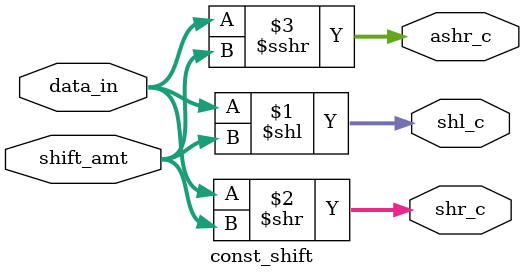
<source format=sv>


module const_shift (
    input  wire [7:0] data_in,
    input  wire [2:0] shift_amt,
    output wire [7:0] shl_c,
    output wire [7:0] shr_c,
    output wire [7:0] ashr_c
);
    assign shl_c  = data_in << shift_amt;            // logical left shift
    assign shr_c  = data_in >> shift_amt;            // logical right shift
    assign ashr_c = $signed(data_in) >>> shift_amt;  // arithmetic right shift
endmodule

</source>
